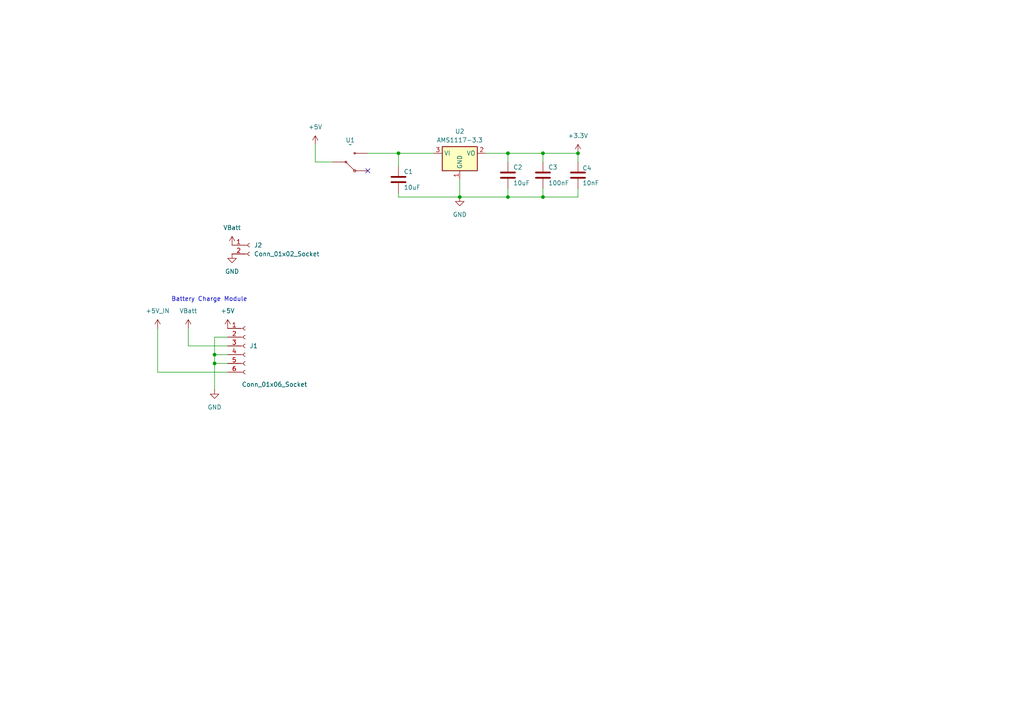
<source format=kicad_sch>
(kicad_sch (version 20250114) (generator "eeschema") (generator_version "9.0")
  (paper "A4")
  (lib_symbols
    (symbol "Connector:Conn_01x02_Socket" (pin_names (offset 1.016) (hide yes))
      (property "Reference" "J" (at 0 2.54 0))
      (property "Value" "Conn_01x02_Socket" (at 0 -5.08 0))
      (symbol "Conn_01x02_Socket_1_1"
        (polyline (pts (xy -1.27 0) (xy -0.508 0)) (stroke (width 0.1524)))
        (polyline (pts (xy -1.27 -2.54) (xy -0.508 -2.54)) (stroke (width 0.1524)))
        (arc (start 0 -0.508) (mid -0.5058 0) (end 0 0.508) (stroke (width 0.1524)))
        (arc (start 0 -3.048) (mid -0.5058 -2.54) (end 0 -2.032) (stroke (width 0.1524)))
        (pin passive line (at -5.08 0 0) (length 3.81) (name "Pin_1") (number "1"))
        (pin passive line (at -5.08 -2.54 0) (length 3.81) (name "Pin_2") (number "2"))
      )
    )
    (symbol "Connector:Conn_01x06_Socket" (pin_names (offset 1.016) (hide yes))
      (property "Reference" "J" (at 0 7.62 0))
      (property "Value" "Conn_01x06_Socket" (at 0 -10.16 0))
      (symbol "Conn_01x06_Socket_1_1"
        (polyline (pts (xy -1.27 5.08) (xy -0.508 5.08)) (stroke (width 0.1524)))
        (polyline (pts (xy -1.27 2.54) (xy -0.508 2.54)) (stroke (width 0.1524)))
        (polyline (pts (xy -1.27 0) (xy -0.508 0)) (stroke (width 0.1524)))
        (polyline (pts (xy -1.27 -2.54) (xy -0.508 -2.54)) (stroke (width 0.1524)))
        (polyline (pts (xy -1.27 -5.08) (xy -0.508 -5.08)) (stroke (width 0.1524)))
        (polyline (pts (xy -1.27 -7.62) (xy -0.508 -7.62)) (stroke (width 0.1524)))
        (arc (start 0 4.572) (mid -0.5058 5.08) (end 0 5.588) (stroke (width 0.1524)))
        (arc (start 0 2.032) (mid -0.5058 2.54) (end 0 3.048) (stroke (width 0.1524)))
        (arc (start 0 -0.508) (mid -0.5058 0) (end 0 0.508) (stroke (width 0.1524)))
        (arc (start 0 -3.048) (mid -0.5058 -2.54) (end 0 -2.032) (stroke (width 0.1524)))
        (arc (start 0 -5.588) (mid -0.5058 -5.08) (end 0 -4.572) (stroke (width 0.1524)))
        (arc (start 0 -8.128) (mid -0.5058 -7.62) (end 0 -7.112) (stroke (width 0.1524)))
        (pin passive line (at -5.08 5.08 0) (length 3.81) (name "Pin_1") (number "1"))
        (pin passive line (at -5.08 2.54 0) (length 3.81) (name "Pin_2") (number "2"))
        (pin passive line (at -5.08 0 0) (length 3.81) (name "Pin_3") (number "3"))
        (pin passive line (at -5.08 -2.54 0) (length 3.81) (name "Pin_4") (number "4"))
        (pin passive line (at -5.08 -5.08 0) (length 3.81) (name "Pin_5") (number "5"))
        (pin passive line (at -5.08 -7.62 0) (length 3.81) (name "Pin_6") (number "6"))
      )
    )
    (symbol "Device:C" (pin_numbers (hide yes)) (pin_names (offset 0.254))
      (property "Reference" "C" (at 0.635 2.54 0))
      (property "Value" "C" (at 0.635 -2.54 0))
      (symbol "C_0_1"
        (polyline (pts (xy -2.032 0.762) (xy 2.032 0.762)) (stroke (width 0.508)))
        (polyline (pts (xy -2.032 -0.762) (xy 2.032 -0.762)) (stroke (width 0.508)))
      )
      (symbol "C_1_1"
        (pin passive line (at 0 3.81 270) (length 2.794) (name "~") (number "1"))
        (pin passive line (at 0 -3.81 90) (length 2.794) (name "~") (number "2"))
      )
    )
    (symbol "Regulator_Linear:AMS1117-3.3"
      (property "Reference" "U" (at -3.81 3.175 0))
      (property "Value" "AMS1117-3.3" (at 0 3.175 0))
      (symbol "AMS1117-3.3_0_1"
        (rectangle (start -5.08 -5.08) (end 5.08 1.905) (stroke (width 0.254)) (fill (type background)))
      )
      (symbol "AMS1117-3.3_1_1"
        (pin power_in line (at -7.62 0 0) (length 2.54) (name "VI") (number "3"))
        (pin power_in line (at 0 -7.62 90) (length 2.54) (name "GND") (number "1"))
        (pin power_out line (at 7.62 0 180) (length 2.54) (name "VO") (number "2"))
      )
    )
    (symbol "WS_Custom:3pin SW RA 2.54" (pin_numbers (hide yes)) (pin_names (hide yes))
      (property "Reference" "U" (at 0 0 0))
      (symbol "3pin SW RA 2.54_0_1"
        (polyline (pts (xy 0 -7.62) (xy 1.27 -7.62)))
        (polyline (pts (xy 1.27 -2.54) (xy 0 -2.54)))
        (circle (center 1.27 -2.54) (radius 0.2567))
        (circle (center 1.27 -7.62) (radius 0.3565))
        (circle (center 3.81 -5.08) (radius 0.2736))
        (polyline (pts (xy 5.08 -5.08) (xy 3.81 -5.08) (xy 1.27 -7.62)))
      )
      (symbol "3pin SW RA 2.54_1_1"
        (pin passive line (at -2.54 -2.54 0) (length 2.54) (name "NO") (number "1"))
        (pin passive line (at -2.54 -7.62 0) (length 2.54) (name "NC") (number "3"))
        (pin passive line (at 7.62 -5.08 180) (length 2.54) (name "COM") (number "2"))
      )
    )
    (symbol "power:+3.3V" (power) (pin_numbers (hide yes)) (pin_names (offset 0) (hide yes))
      (property "Value" "+3.3V" (at 0 3.556 0))
      (symbol "+3.3V_0_1"
        (polyline (pts (xy -0.762 1.27) (xy 0 2.54)))
        (polyline (pts (xy 0 2.54) (xy 0.762 1.27)))
        (polyline (pts (xy 0 0) (xy 0 2.54)))
      )
      (symbol "+3.3V_1_1"
        (pin power_in line (at 0 0 90) (length 0) (name "~") (number "1"))
      )
    )
    (symbol "power:+5V" (power) (pin_numbers (hide yes)) (pin_names (offset 0) (hide yes))
      (property "Value" "+5V" (at 0 3.556 0))
      (symbol "+5V_0_1"
        (polyline (pts (xy -0.762 1.27) (xy 0 2.54)))
        (polyline (pts (xy 0 2.54) (xy 0.762 1.27)))
        (polyline (pts (xy 0 0) (xy 0 2.54)))
      )
      (symbol "+5V_1_1"
        (pin power_in line (at 0 0 90) (length 0) (name "~") (number "1"))
      )
    )
    (symbol "power:GND" (power) (pin_numbers (hide yes)) (pin_names (offset 0) (hide yes))
      (property "Value" "GND" (at 0 -3.81 0))
      (symbol "GND_0_1"
        (polyline (pts (xy 0 0) (xy 0 -1.27) (xy 1.27 -1.27) (xy 0 -2.54) (xy -1.27 -1.27) (xy 0 -1.27)))
      )
      (symbol "GND_1_1"
        (pin power_in line (at 0 0 270) (length 0) (name "~") (number "1"))
      )
    )
  )
  (text "Battery Charge Module\n" (at 60.706 86.868 0) (effects (font (size 1.27 1.27))))
  (junction (at 157.48 57.15))
  (junction (at 62.23 105.41))
  (junction (at 147.32 57.15))
  (junction (at 167.64 44.45))
  (junction (at 115.57 44.45))
  (junction (at 133.35 57.15))
  (junction (at 62.23 102.87))
  (junction (at 157.48 44.45))
  (junction (at 147.32 44.45))
  (no_connect (at 106.68 49.53))
  (wire (pts (xy 54.61 100.33) (xy 66.04 100.33)))
  (wire (pts (xy 147.32 44.45) (xy 157.48 44.45)))
  (wire (pts (xy 45.72 107.95) (xy 45.72 95.25)))
  (wire (pts (xy 66.04 105.41) (xy 62.23 105.41)))
  (wire (pts (xy 91.44 46.99) (xy 91.44 41.91)))
  (wire (pts (xy 66.04 97.79) (xy 62.23 97.79)))
  (wire (pts (xy 157.48 54.61) (xy 157.48 57.15)))
  (wire (pts (xy 157.48 57.15) (xy 147.32 57.15)))
  (wire (pts (xy 115.57 55.88) (xy 115.57 57.15)))
  (wire (pts (xy 62.23 105.41) (xy 62.23 113.03)))
  (wire (pts (xy 62.23 102.87) (xy 66.04 102.87)))
  (wire (pts (xy 66.04 107.95) (xy 45.72 107.95)))
  (wire (pts (xy 157.48 44.45) (xy 157.48 46.99)))
  (wire (pts (xy 115.57 57.15) (xy 133.35 57.15)))
  (wire (pts (xy 147.32 44.45) (xy 147.32 46.99)))
  (wire (pts (xy 106.68 44.45) (xy 115.57 44.45)))
  (wire (pts (xy 157.48 44.45) (xy 167.64 44.45)))
  (wire (pts (xy 167.64 54.61) (xy 167.64 57.15)))
  (wire (pts (xy 167.64 44.45) (xy 167.64 46.99)))
  (wire (pts (xy 54.61 100.33) (xy 54.61 95.25)))
  (wire (pts (xy 167.64 57.15) (xy 157.48 57.15)))
  (wire (pts (xy 96.52 46.99) (xy 91.44 46.99)))
  (wire (pts (xy 115.57 44.45) (xy 125.73 44.45)))
  (wire (pts (xy 62.23 102.87) (xy 62.23 105.41)))
  (wire (pts (xy 140.97 44.45) (xy 147.32 44.45)))
  (wire (pts (xy 62.23 97.79) (xy 62.23 102.87)))
  (wire (pts (xy 133.35 52.07) (xy 133.35 57.15)))
  (wire (pts (xy 115.57 44.45) (xy 115.57 48.26)))
  (wire (pts (xy 147.32 54.61) (xy 147.32 57.15)))
  (wire (pts (xy 133.35 57.15) (xy 147.32 57.15)))
  (symbol (lib_id "Connector:Conn_01x06_Socket") (at 71.12 100.33 0) (unit 1)
    (property "Reference" "J1" (at 72.39 100.3299 0) (effects (justify left)))
    (property "Value" "Conn_01x06_Socket" (at 70.104 111.506 0) (effects (justify left)))
    (property "Footprint" "WS_Connectors:SIP-6_1_2.54" (effects (hide yes)))
    (property "Description" "Generic connector, single row, 01x06, script generated" (effects (hide yes)))
  )
  (symbol (lib_id "Device:C") (at 147.32 50.8 0) (unit 1)
    (property "Reference" "C2" (at 148.844 48.514 0) (effects (justify left)))
    (property "Value" "10uF" (at 148.844 53.086 0) (effects (justify left)))
    (property "Footprint" "Capacitor_SMD:C_1210_3225Metric_Pad1.33x2.70mm_HandSolder" (effects (hide yes)))
    (property "Description" "Unpolarized capacitor" (effects (hide yes)))
  )
  (symbol (lib_id "Device:C") (at 157.48 50.8 0) (unit 1)
    (property "Reference" "C3" (at 159.004 48.514 0) (effects (justify left)))
    (property "Value" "100nF" (at 159.004 53.086 0) (effects (justify left)))
    (property "Footprint" "Capacitor_SMD:C_0603_1608Metric_Pad1.08x0.95mm_HandSolder" (effects (hide yes)))
    (property "Description" "Unpolarized capacitor" (effects (hide yes)))
  )
  (symbol (lib_id "WS_Custom:3pin SW RA 2.54") (at 104.14 41.91 0) (mirror y) (unit 1)
    (property "Reference" "U1" (at 101.6 40.64 0))
    (property "Value" "~" (at 101.6 41.91 0))
    (property "Footprint" "WS_Custom:3pin SW RA 2.54" (effects (hide yes)))
  )
  (symbol (lib_id "Regulator_Linear:AMS1117-3.3") (at 133.35 44.45 0) (unit 1)
    (property "Reference" "U2" (at 133.35 38.1 0))
    (property "Value" "AMS1117-3.3" (at 133.35 40.64 0))
    (property "Footprint" "Package_TO_SOT_SMD:SOT-223-3_TabPin2" (effects (hide yes)))
    (property "Datasheet" "http://www.advanced-monolithic.com/pdf/ds1117.pdf" (effects (hide yes)))
    (property "Description" "1A Low Dropout regulator, positive, 3.3V fixed output, SOT-223" (effects (hide yes)))
  )
  (symbol (lib_id "power:GND") (at 133.35 57.15 0) (unit 1)
    (property "Reference" "#PWR08" (effects (hide yes)))
    (property "Value" "GND" (at 133.35 62.23 0))
    (property "Description" "Power symbol creates a global label with name \"GND\" , ground" (effects (hide yes)))
  )
  (symbol (lib_id "Device:C") (at 115.57 52.07 0) (unit 1)
    (property "Reference" "C1" (at 117.094 49.784 0) (effects (justify left)))
    (property "Value" "10uF" (at 117.094 54.356 0) (effects (justify left)))
    (property "Footprint" "Capacitor_SMD:C_1210_3225Metric_Pad1.33x2.70mm_HandSolder" (effects (hide yes)))
    (property "Description" "Unpolarized capacitor" (effects (hide yes)))
  )
  (symbol (lib_id "power:+5V") (at 54.61 95.25 0) (unit 1)
    (property "Reference" "#PWR02" (effects (hide yes)))
    (property "Value" "VBatt" (at 54.61 90.17 0))
    (property "Description" "Power symbol creates a global label with name \"+5V\"" (effects (hide yes)))
  )
  (symbol (lib_id "Connector:Conn_01x02_Socket") (at 72.39 71.12 0) (unit 1)
    (property "Reference" "J2" (at 73.66 71.1199 0) (effects (justify left)))
    (property "Value" "Conn_01x02_Socket" (at 73.66 73.6599 0) (effects (justify left)))
    (property "Footprint" "WS_Connectors:SIP-2_2.0" (effects (hide yes)))
    (property "Description" "Generic connector, single row, 01x02, script generated" (effects (hide yes)))
  )
  (symbol (lib_id "power:+5V") (at 91.44 41.91 0) (unit 1)
    (property "Reference" "#PWR07" (effects (hide yes)))
    (property "Value" "+5V" (at 91.44 36.83 0))
    (property "Description" "Power symbol creates a global label with name \"+5V\"" (effects (hide yes)))
  )
  (symbol (lib_id "power:+3.3V") (at 167.64 44.45 0) (unit 1)
    (property "Reference" "#PWR09" (effects (hide yes)))
    (property "Value" "+3.3V" (at 167.64 39.37 0))
    (property "Description" "Power symbol creates a global label with name \"+3.3V\"" (effects (hide yes)))
  )
  (symbol (lib_id "power:+5V") (at 66.04 95.25 0) (unit 1)
    (property "Reference" "#PWR04" (effects (hide yes)))
    (property "Value" "+5V" (at 66.04 90.17 0))
    (property "Description" "Power symbol creates a global label with name \"+5V\"" (effects (hide yes)))
  )
  (symbol (lib_id "power:+5V") (at 45.72 95.25 0) (unit 1)
    (property "Reference" "#PWR01" (effects (hide yes)))
    (property "Value" "+5V_IN" (at 45.72 90.17 0))
    (property "Description" "Power symbol creates a global label with name \"+5V\"" (effects (hide yes)))
  )
  (symbol (lib_id "power:GND") (at 67.31 73.66 0) (unit 1)
    (property "Reference" "#PWR06" (effects (hide yes)))
    (property "Value" "GND" (at 67.31 78.74 0))
    (property "Description" "Power symbol creates a global label with name \"GND\" , ground" (effects (hide yes)))
  )
  (symbol (lib_id "Device:C") (at 167.64 50.8 0) (unit 1)
    (property "Reference" "C4" (at 168.91 48.768 0) (effects (justify left)))
    (property "Value" "10nF" (at 168.91 53.086 0) (effects (justify left)))
    (property "Footprint" "Capacitor_SMD:C_0603_1608Metric_Pad1.08x0.95mm_HandSolder" (effects (hide yes)))
    (property "Description" "Unpolarized capacitor" (effects (hide yes)))
  )
  (symbol (lib_id "power:GND") (at 62.23 113.03 0) (unit 1)
    (property "Reference" "#PWR03" (effects (hide yes)))
    (property "Value" "GND" (at 62.23 118.11 0))
    (property "Description" "Power symbol creates a global label with name \"GND\" , ground" (effects (hide yes)))
  )
  (symbol (lib_id "power:+5V") (at 67.31 71.12 0) (unit 1)
    (property "Reference" "#PWR05" (effects (hide yes)))
    (property "Value" "VBatt" (at 67.31 66.04 0))
    (property "Description" "Power symbol creates a global label with name \"+5V\"" (effects (hide yes)))
  )
)
</source>
